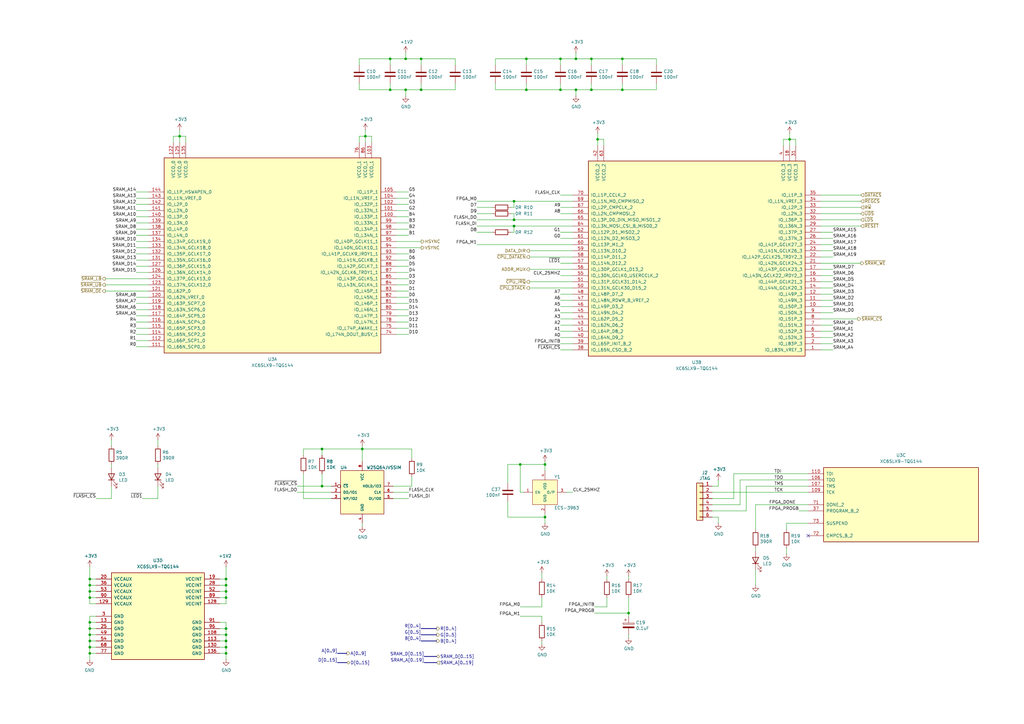
<source format=kicad_sch>
(kicad_sch (version 20250114) (generator "eeschema") (generator_version "9.0")
  (paper "A3")
  (junction (at 92.71 242.57))
  (junction (at 213.36 190.5))
  (junction (at 215.9 24.13))
  (junction (at 160.02 24.13))
  (junction (at 36.83 265.43))
  (junction (at 242.57 24.13))
  (junction (at 229.87 36.83))
  (junction (at 73.66 55.88))
  (junction (at 132.08 199.39))
  (junction (at 132.08 184.15))
  (junction (at 210.82 92.71))
  (junction (at 215.9 36.83))
  (junction (at 236.22 36.83))
  (junction (at 92.71 257.81))
  (junction (at 36.83 255.27))
  (junction (at 36.83 237.49))
  (junction (at 229.87 24.13))
  (junction (at 172.72 36.83))
  (junction (at 36.83 257.81))
  (junction (at 92.71 260.35))
  (junction (at 255.27 24.13))
  (junction (at 92.71 237.49))
  (junction (at 36.83 245.11))
  (junction (at 210.82 90.17))
  (junction (at 255.27 36.83))
  (junction (at 92.71 262.89))
  (junction (at 36.83 267.97))
  (junction (at 92.71 240.03))
  (junction (at 166.37 24.13))
  (junction (at 223.52 190.5))
  (junction (at 245.11 57.15))
  (junction (at 36.83 260.35))
  (junction (at 223.52 212.09))
  (junction (at 166.37 36.83))
  (junction (at 92.71 245.11))
  (junction (at 160.02 36.83))
  (junction (at 92.71 265.43))
  (junction (at 36.83 262.89))
  (junction (at 236.22 24.13))
  (junction (at 242.57 36.83))
  (junction (at 36.83 240.03))
  (junction (at 257.81 251.46))
  (junction (at 149.86 55.88))
  (junction (at 323.85 57.15))
  (junction (at 210.82 82.55))
  (junction (at 172.72 24.13))
  (junction (at 92.71 267.97))
  (junction (at 36.83 242.57))
  (junction (at 148.59 184.15))
  (no_connect (at 331.47 219.71))
  (wire (pts (xy 162.56 93.98) (xy 167.64 93.98)))
  (wire (pts (xy 162.56 129.54) (xy 167.64 129.54)))
  (wire (pts (xy 55.88 127) (xy 60.96 127)))
  (wire (pts (xy 255.27 34.29) (xy 255.27 36.83)))
  (wire (pts (xy 92.71 267.97) (xy 90.17 267.97)))
  (wire (pts (xy 336.55 100.33) (xy 341.63 100.33)))
  (wire (pts (xy 229.87 97.79) (xy 234.95 97.79)))
  (wire (pts (xy 229.87 140.97) (xy 234.95 140.97)))
  (wire (pts (xy 229.87 143.51) (xy 234.95 143.51)))
  (wire (pts (xy 162.56 111.76) (xy 167.64 111.76)))
  (wire (pts (xy 203.2 36.83) (xy 215.9 36.83)))
  (wire (pts (xy 331.47 209.55) (xy 327.66 209.55)))
  (wire (pts (xy 90.17 265.43) (xy 92.71 265.43)))
  (wire (pts (xy 303.53 207.01) (xy 303.53 196.85)))
  (wire (pts (xy 92.71 237.49) (xy 92.71 232.41)))
  (wire (pts (xy 257.81 237.49) (xy 257.81 236.22)))
  (wire (pts (xy 55.88 78.74) (xy 60.96 78.74)))
  (wire (pts (xy 166.37 21.59) (xy 166.37 24.13)))
  (wire (pts (xy 162.56 83.82) (xy 167.64 83.82)))
  (wire (pts (xy 162.56 81.28) (xy 167.64 81.28)))
  (wire (pts (xy 255.27 24.13) (xy 269.24 24.13)))
  (wire (pts (xy 36.83 252.73) (xy 36.83 255.27)))
  (wire (pts (xy 43.18 114.3) (xy 60.96 114.3)))
  (wire (pts (xy 55.88 137.16) (xy 60.96 137.16)))
  (wire (pts (xy 248.92 237.49) (xy 248.92 236.22)))
  (wire (pts (xy 161.29 201.93) (xy 167.64 201.93)))
  (wire (pts (xy 55.88 91.44) (xy 60.96 91.44)))
  (wire (pts (xy 336.55 95.25) (xy 341.63 95.25)))
  (wire (pts (xy 229.87 87.63) (xy 234.95 87.63)))
  (wire (pts (xy 162.56 91.44) (xy 167.64 91.44)))
  (wire (pts (xy 39.37 255.27) (xy 36.83 255.27)))
  (wire (pts (xy 162.56 88.9) (xy 167.64 88.9)))
  (wire (pts (xy 223.52 212.09) (xy 223.52 214.63)))
  (wire (pts (xy 336.55 128.27) (xy 341.63 128.27)))
  (wire (pts (xy 209.55 95.25) (xy 210.82 95.25)))
  (wire (pts (xy 148.59 184.15) (xy 168.91 184.15)))
  (wire (pts (xy 124.46 194.31) (xy 124.46 204.47)))
  (wire (pts (xy 336.55 115.57) (xy 341.63 115.57)))
  (wire (pts (xy 223.52 189.23) (xy 223.52 190.5)))
  (wire (pts (xy 210.82 87.63) (xy 210.82 90.17)))
  (wire (pts (xy 223.52 210.82) (xy 223.52 212.09)))
  (wire (pts (xy 147.32 26.67) (xy 147.32 24.13)))
  (wire (pts (xy 132.08 186.69) (xy 132.08 184.15)))
  (wire (pts (xy 213.36 201.93) (xy 213.36 190.5)))
  (wire (pts (xy 162.56 114.3) (xy 167.64 114.3)))
  (wire (pts (xy 222.25 248.92) (xy 222.25 245.11)))
  (wire (pts (xy 55.88 88.9) (xy 60.96 88.9)))
  (wire (pts (xy 90.17 242.57) (xy 92.71 242.57)))
  (wire (pts (xy 214.63 201.93) (xy 213.36 201.93)))
  (wire (pts (xy 90.17 245.11) (xy 92.71 245.11)))
  (wire (pts (xy 292.1 201.93) (xy 331.47 201.93)))
  (wire (pts (xy 229.87 24.13) (xy 215.9 24.13)))
  (wire (pts (xy 135.89 201.93) (xy 121.92 201.93)))
  (wire (pts (xy 229.87 120.65) (xy 234.95 120.65)))
  (wire (pts (xy 162.56 106.68) (xy 167.64 106.68)))
  (wire (pts (xy 322.58 214.63) (xy 331.47 214.63)))
  (wire (pts (xy 36.83 237.49) (xy 39.37 237.49)))
  (wire (pts (xy 36.83 267.97) (xy 39.37 267.97)))
  (wire (pts (xy 306.07 209.55) (xy 306.07 199.39)))
  (wire (pts (xy 132.08 184.15) (xy 148.59 184.15)))
  (wire (pts (xy 209.55 87.63) (xy 210.82 87.63)))
  (wire (pts (xy 292.1 207.01) (xy 303.53 207.01)))
  (wire (pts (xy 147.32 36.83) (xy 160.02 36.83)))
  (bus (pts (xy 179.07 269.24) (xy 173.99 269.24)))
  (wire (pts (xy 242.57 36.83) (xy 255.27 36.83)))
  (wire (pts (xy 208.28 198.12) (xy 208.28 190.5)))
  (wire (pts (xy 172.72 24.13) (xy 172.72 26.67)))
  (wire (pts (xy 336.55 138.43) (xy 341.63 138.43)))
  (wire (pts (xy 306.07 199.39) (xy 331.47 199.39)))
  (bus (pts (xy 138.43 267.97) (xy 142.24 267.97)))
  (wire (pts (xy 172.72 24.13) (xy 186.69 24.13)))
  (wire (pts (xy 92.71 242.57) (xy 92.71 245.11)))
  (wire (pts (xy 242.57 34.29) (xy 242.57 36.83)))
  (wire (pts (xy 292.1 209.55) (xy 306.07 209.55)))
  (wire (pts (xy 39.37 260.35) (xy 36.83 260.35)))
  (wire (pts (xy 148.59 214.63) (xy 148.59 215.9)))
  (wire (pts (xy 294.64 212.09) (xy 292.1 212.09)))
  (wire (pts (xy 160.02 34.29) (xy 160.02 36.83)))
  (wire (pts (xy 55.88 104.14) (xy 60.96 104.14)))
  (wire (pts (xy 309.88 207.01) (xy 309.88 217.17)))
  (wire (pts (xy 195.58 87.63) (xy 201.93 87.63)))
  (wire (pts (xy 162.56 99.06) (xy 172.72 99.06)))
  (wire (pts (xy 149.86 55.88) (xy 149.86 58.42)))
  (wire (pts (xy 166.37 24.13) (xy 172.72 24.13)))
  (wire (pts (xy 229.87 36.83) (xy 236.22 36.83)))
  (wire (pts (xy 36.83 240.03) (xy 36.83 242.57)))
  (wire (pts (xy 209.55 85.09) (xy 210.82 85.09)))
  (wire (pts (xy 217.17 110.49) (xy 234.95 110.49)))
  (wire (pts (xy 336.55 143.51) (xy 341.63 143.51)))
  (wire (pts (xy 229.87 123.19) (xy 234.95 123.19)))
  (wire (pts (xy 162.56 116.84) (xy 167.64 116.84)))
  (wire (pts (xy 300.99 204.47) (xy 300.99 194.31)))
  (wire (pts (xy 73.66 55.88) (xy 73.66 58.42)))
  (wire (pts (xy 242.57 24.13) (xy 255.27 24.13)))
  (wire (pts (xy 152.4 58.42) (xy 152.4 55.88)))
  (wire (pts (xy 229.87 133.35) (xy 234.95 133.35)))
  (wire (pts (xy 195.58 92.71) (xy 210.82 92.71)))
  (wire (pts (xy 55.88 124.46) (xy 60.96 124.46)))
  (wire (pts (xy 323.85 57.15) (xy 326.39 57.15)))
  (wire (pts (xy 36.83 242.57) (xy 36.83 245.11)))
  (wire (pts (xy 229.87 85.09) (xy 234.95 85.09)))
  (wire (pts (xy 148.59 184.15) (xy 148.59 182.88)))
  (wire (pts (xy 336.55 110.49) (xy 341.63 110.49)))
  (wire (pts (xy 92.71 270.51) (xy 92.71 267.97)))
  (bus (pts (xy 172.72 260.35) (xy 179.07 260.35)))
  (wire (pts (xy 55.88 129.54) (xy 60.96 129.54)))
  (wire (pts (xy 213.36 252.73) (xy 222.25 252.73)))
  (wire (pts (xy 229.87 113.03) (xy 234.95 113.03)))
  (wire (pts (xy 215.9 34.29) (xy 215.9 36.83)))
  (wire (pts (xy 236.22 39.37) (xy 236.22 36.83)))
  (wire (pts (xy 336.55 140.97) (xy 341.63 140.97)))
  (wire (pts (xy 39.37 204.47) (xy 45.72 204.47)))
  (wire (pts (xy 229.87 26.67) (xy 229.87 24.13)))
  (wire (pts (xy 124.46 204.47) (xy 135.89 204.47)))
  (wire (pts (xy 213.36 248.92) (xy 222.25 248.92)))
  (wire (pts (xy 255.27 36.83) (xy 269.24 36.83)))
  (wire (pts (xy 195.58 90.17) (xy 210.82 90.17)))
  (wire (pts (xy 229.87 80.01) (xy 234.95 80.01)))
  (wire (pts (xy 247.65 57.15) (xy 245.11 57.15)))
  (wire (pts (xy 257.81 245.11) (xy 257.81 251.46)))
  (wire (pts (xy 168.91 199.39) (xy 161.29 199.39)))
  (wire (pts (xy 45.72 204.47) (xy 45.72 199.39)))
  (wire (pts (xy 217.17 115.57) (xy 234.95 115.57)))
  (wire (pts (xy 236.22 36.83) (xy 242.57 36.83)))
  (wire (pts (xy 160.02 36.83) (xy 166.37 36.83)))
  (wire (pts (xy 336.55 82.55) (xy 353.06 82.55)))
  (wire (pts (xy 36.83 245.11) (xy 39.37 245.11)))
  (wire (pts (xy 76.2 55.88) (xy 76.2 58.42)))
  (wire (pts (xy 326.39 57.15) (xy 326.39 59.69)))
  (wire (pts (xy 92.71 247.65) (xy 90.17 247.65)))
  (wire (pts (xy 229.87 95.25) (xy 234.95 95.25)))
  (wire (pts (xy 195.58 85.09) (xy 201.93 85.09)))
  (wire (pts (xy 208.28 190.5) (xy 213.36 190.5)))
  (wire (pts (xy 55.88 83.82) (xy 60.96 83.82)))
  (wire (pts (xy 336.55 85.09) (xy 353.06 85.09)))
  (wire (pts (xy 195.58 100.33) (xy 234.95 100.33)))
  (wire (pts (xy 168.91 195.58) (xy 168.91 199.39)))
  (wire (pts (xy 162.56 124.46) (xy 167.64 124.46)))
  (wire (pts (xy 215.9 36.83) (xy 229.87 36.83)))
  (wire (pts (xy 90.17 255.27) (xy 92.71 255.27)))
  (wire (pts (xy 186.69 36.83) (xy 186.69 34.29)))
  (wire (pts (xy 36.83 242.57) (xy 39.37 242.57)))
  (wire (pts (xy 210.82 82.55) (xy 234.95 82.55)))
  (wire (pts (xy 217.17 102.87) (xy 234.95 102.87)))
  (wire (pts (xy 236.22 24.13) (xy 229.87 24.13)))
  (wire (pts (xy 217.17 105.41) (xy 234.95 105.41)))
  (wire (pts (xy 215.9 26.67) (xy 215.9 24.13)))
  (wire (pts (xy 162.56 104.14) (xy 167.64 104.14)))
  (wire (pts (xy 229.87 34.29) (xy 229.87 36.83)))
  (wire (pts (xy 217.17 118.11) (xy 234.95 118.11)))
  (wire (pts (xy 243.84 248.92) (xy 248.92 248.92)))
  (wire (pts (xy 248.92 245.11) (xy 248.92 248.92)))
  (wire (pts (xy 55.88 132.08) (xy 60.96 132.08)))
  (wire (pts (xy 55.88 109.22) (xy 60.96 109.22)))
  (wire (pts (xy 336.55 118.11) (xy 341.63 118.11)))
  (wire (pts (xy 64.77 204.47) (xy 64.77 199.39)))
  (wire (pts (xy 43.18 119.38) (xy 60.96 119.38)))
  (wire (pts (xy 336.55 105.41) (xy 341.63 105.41)))
  (wire (pts (xy 92.71 262.89) (xy 92.71 260.35)))
  (wire (pts (xy 321.31 57.15) (xy 323.85 57.15)))
  (wire (pts (xy 336.55 80.01) (xy 353.06 80.01)))
  (wire (pts (xy 36.83 232.41) (xy 36.83 237.49)))
  (bus (pts (xy 179.07 262.89) (xy 172.72 262.89)))
  (wire (pts (xy 148.59 189.23) (xy 148.59 184.15)))
  (wire (pts (xy 36.83 237.49) (xy 36.83 240.03)))
  (wire (pts (xy 208.28 205.74) (xy 208.28 212.09)))
  (wire (pts (xy 322.58 214.63) (xy 322.58 217.17)))
  (wire (pts (xy 92.71 267.97) (xy 92.71 265.43)))
  (wire (pts (xy 36.83 267.97) (xy 36.83 265.43)))
  (wire (pts (xy 168.91 184.15) (xy 168.91 187.96)))
  (wire (pts (xy 36.83 245.11) (xy 36.83 247.65)))
  (wire (pts (xy 229.87 125.73) (xy 234.95 125.73)))
  (wire (pts (xy 336.55 113.03) (xy 341.63 113.03)))
  (wire (pts (xy 166.37 39.37) (xy 166.37 36.83)))
  (wire (pts (xy 55.88 101.6) (xy 60.96 101.6)))
  (wire (pts (xy 71.12 55.88) (xy 73.66 55.88)))
  (wire (pts (xy 43.18 116.84) (xy 60.96 116.84)))
  (wire (pts (xy 161.29 204.47) (xy 167.64 204.47)))
  (wire (pts (xy 92.71 245.11) (xy 92.71 247.65)))
  (wire (pts (xy 55.88 139.7) (xy 60.96 139.7)))
  (wire (pts (xy 210.82 90.17) (xy 234.95 90.17)))
  (wire (pts (xy 229.87 107.95) (xy 234.95 107.95)))
  (wire (pts (xy 331.47 207.01) (xy 309.88 207.01)))
  (wire (pts (xy 162.56 121.92) (xy 167.64 121.92)))
  (wire (pts (xy 243.84 251.46) (xy 257.81 251.46)))
  (wire (pts (xy 149.86 53.34) (xy 149.86 55.88)))
  (wire (pts (xy 229.87 128.27) (xy 234.95 128.27)))
  (wire (pts (xy 309.88 233.68) (xy 309.88 240.03)))
  (wire (pts (xy 229.87 138.43) (xy 234.95 138.43)))
  (wire (pts (xy 257.81 252.73) (xy 257.81 251.46)))
  (wire (pts (xy 242.57 26.67) (xy 242.57 24.13)))
  (wire (pts (xy 166.37 36.83) (xy 172.72 36.83)))
  (wire (pts (xy 55.88 111.76) (xy 60.96 111.76)))
  (wire (pts (xy 55.88 121.92) (xy 60.96 121.92)))
  (wire (pts (xy 245.11 57.15) (xy 245.11 59.69)))
  (wire (pts (xy 195.58 82.55) (xy 210.82 82.55)))
  (wire (pts (xy 336.55 87.63) (xy 353.06 87.63)))
  (wire (pts (xy 162.56 119.38) (xy 167.64 119.38)))
  (wire (pts (xy 71.12 58.42) (xy 71.12 55.88)))
  (wire (pts (xy 208.28 212.09) (xy 223.52 212.09)))
  (wire (pts (xy 222.25 237.49) (xy 222.25 234.95)))
  (wire (pts (xy 336.55 133.35) (xy 341.63 133.35)))
  (wire (pts (xy 152.4 55.88) (xy 149.86 55.88)))
  (wire (pts (xy 222.25 252.73) (xy 222.25 255.27)))
  (wire (pts (xy 90.17 240.03) (xy 92.71 240.03)))
  (wire (pts (xy 36.83 262.89) (xy 36.83 260.35)))
  (wire (pts (xy 90.17 260.35) (xy 92.71 260.35)))
  (wire (pts (xy 300.99 194.31) (xy 331.47 194.31)))
  (wire (pts (xy 336.55 123.19) (xy 341.63 123.19)))
  (wire (pts (xy 203.2 34.29) (xy 203.2 36.83)))
  (wire (pts (xy 210.82 92.71) (xy 234.95 92.71)))
  (wire (pts (xy 242.57 24.13) (xy 236.22 24.13)))
  (wire (pts (xy 336.55 125.73) (xy 341.63 125.73)))
  (wire (pts (xy 92.71 240.03) (xy 92.71 242.57)))
  (wire (pts (xy 121.92 199.39) (xy 132.08 199.39)))
  (wire (pts (xy 247.65 59.69) (xy 247.65 57.15)))
  (wire (pts (xy 210.82 95.25) (xy 210.82 92.71)))
  (wire (pts (xy 309.88 226.06) (xy 309.88 224.79)))
  (wire (pts (xy 336.55 120.65) (xy 341.63 120.65)))
  (wire (pts (xy 147.32 34.29) (xy 147.32 36.83)))
  (wire (pts (xy 336.55 107.95) (xy 353.06 107.95)))
  (wire (pts (xy 36.83 257.81) (xy 39.37 257.81)))
  (wire (pts (xy 292.1 199.39) (xy 294.64 199.39)))
  (wire (pts (xy 336.55 97.79) (xy 341.63 97.79)))
  (wire (pts (xy 55.88 142.24) (xy 60.96 142.24)))
  (wire (pts (xy 92.71 257.81) (xy 90.17 257.81)))
  (wire (pts (xy 149.86 55.88) (xy 147.32 55.88)))
  (wire (pts (xy 92.71 262.89) (xy 90.17 262.89)))
  (wire (pts (xy 323.85 54.61) (xy 323.85 57.15)))
  (wire (pts (xy 55.88 93.98) (xy 60.96 93.98)))
  (wire (pts (xy 162.56 127) (xy 167.64 127)))
  (wire (pts (xy 294.64 214.63) (xy 294.64 212.09)))
  (wire (pts (xy 39.37 265.43) (xy 36.83 265.43)))
  (wire (pts (xy 186.69 24.13) (xy 186.69 26.67)))
  (wire (pts (xy 336.55 135.89) (xy 341.63 135.89)))
  (wire (pts (xy 236.22 21.59) (xy 236.22 24.13)))
  (wire (pts (xy 73.66 53.34) (xy 73.66 55.88)))
  (wire (pts (xy 124.46 186.69) (xy 124.46 184.15)))
  (wire (pts (xy 36.83 240.03) (xy 39.37 240.03)))
  (wire (pts (xy 210.82 82.55) (xy 210.82 85.09)))
  (wire (pts (xy 147.32 24.13) (xy 160.02 24.13)))
  (wire (pts (xy 336.55 90.17) (xy 353.06 90.17)))
  (wire (pts (xy 215.9 24.13) (xy 203.2 24.13)))
  (wire (pts (xy 58.42 204.47) (xy 64.77 204.47)))
  (wire (pts (xy 55.88 134.62) (xy 60.96 134.62)))
  (wire (pts (xy 303.53 196.85) (xy 331.47 196.85)))
  (wire (pts (xy 336.55 92.71) (xy 353.06 92.71)))
  (wire (pts (xy 55.88 96.52) (xy 60.96 96.52)))
  (wire (pts (xy 147.32 55.88) (xy 147.32 58.42)))
  (wire (pts (xy 92.71 257.81) (xy 92.71 255.27)))
  (wire (pts (xy 162.56 137.16) (xy 167.64 137.16)))
  (bus (pts (xy 173.99 271.78) (xy 179.07 271.78)))
  (wire (pts (xy 55.88 86.36) (xy 60.96 86.36)))
  (wire (pts (xy 234.95 201.93) (xy 232.41 201.93)))
  (wire (pts (xy 322.58 224.79) (xy 322.58 227.33)))
  (wire (pts (xy 336.55 130.81) (xy 351.79 130.81)))
  (wire (pts (xy 45.72 180.34) (xy 45.72 182.88)))
  (wire (pts (xy 92.71 237.49) (xy 92.71 240.03)))
  (wire (pts (xy 321.31 59.69) (xy 321.31 57.15)))
  (wire (pts (xy 222.25 262.89) (xy 222.25 264.16)))
  (wire (pts (xy 162.56 134.62) (xy 167.64 134.62)))
  (wire (pts (xy 90.17 237.49) (xy 92.71 237.49)))
  (wire (pts (xy 245.11 54.61) (xy 245.11 57.15)))
  (wire (pts (xy 162.56 101.6) (xy 172.72 101.6)))
  (wire (pts (xy 73.66 55.88) (xy 76.2 55.88)))
  (wire (pts (xy 172.72 34.29) (xy 172.72 36.83)))
  (wire (pts (xy 269.24 24.13) (xy 269.24 26.67)))
  (wire (pts (xy 92.71 265.43) (xy 92.71 262.89)))
  (wire (pts (xy 124.46 184.15) (xy 132.08 184.15)))
  (wire (pts (xy 213.36 190.5) (xy 223.52 190.5)))
  (bus (pts (xy 172.72 257.81) (xy 179.07 257.81)))
  (wire (pts (xy 132.08 194.31) (xy 132.08 199.39)))
  (wire (pts (xy 36.83 247.65) (xy 39.37 247.65)))
  (wire (pts (xy 36.83 270.51) (xy 36.83 267.97)))
  (wire (pts (xy 64.77 180.34) (xy 64.77 182.88)))
  (wire (pts (xy 36.83 265.43) (xy 36.83 262.89)))
  (wire (pts (xy 36.83 257.81) (xy 36.83 255.27)))
  (wire (pts (xy 195.58 95.25) (xy 201.93 95.25)))
  (wire (pts (xy 160.02 24.13) (xy 166.37 24.13)))
  (wire (pts (xy 64.77 191.77) (xy 64.77 190.5)))
  (wire (pts (xy 203.2 24.13) (xy 203.2 26.67)))
  (wire (pts (xy 294.64 199.39) (xy 294.64 196.85)))
  (wire (pts (xy 162.56 132.08) (xy 167.64 132.08)))
  (wire (pts (xy 55.88 81.28) (xy 60.96 81.28)))
  (wire (pts (xy 323.85 57.15) (xy 323.85 59.69)))
  (wire (pts (xy 257.81 261.62) (xy 257.81 260.35)))
  (wire (pts (xy 269.24 36.83) (xy 269.24 34.29)))
  (wire (pts (xy 39.37 252.73) (xy 36.83 252.73)))
  (wire (pts (xy 162.56 86.36) (xy 167.64 86.36)))
  (wire (pts (xy 229.87 135.89) (xy 234.95 135.89)))
  (wire (pts (xy 45.72 191.77) (xy 45.72 190.5)))
  (wire (pts (xy 55.88 99.06) (xy 60.96 99.06)))
  (wire (pts (xy 36.83 262.89) (xy 39.37 262.89)))
  (wire (pts (xy 255.27 24.13) (xy 255.27 26.67)))
  (bus (pts (xy 142.24 271.78) (xy 138.43 271.78)))
  (wire (pts (xy 36.83 260.35) (xy 36.83 257.81)))
  (wire (pts (xy 229.87 130.81) (xy 234.95 130.81)))
  (wire (pts (xy 172.72 36.83) (xy 186.69 36.83)))
  (wire (pts (xy 132.08 199.39) (xy 135.89 199.39)))
  (wire (pts (xy 160.02 26.67) (xy 160.02 24.13)))
  (wire (pts (xy 162.56 78.74) (xy 167.64 78.74)))
  (wire (pts (xy 55.88 106.68) (xy 60.96 106.68)))
  (wire (pts (xy 92.71 260.35) (xy 92.71 257.81)))
  (wire (pts (xy 223.52 190.5) (xy 223.52 193.04)))
  (wire (pts (xy 162.56 109.22) (xy 167.64 109.22)))
  (wire (pts (xy 292.1 204.47) (xy 300.99 204.47)))
  (wire (pts (xy 162.56 96.52) (xy 167.64 96.52)))
  (wire (pts (xy 336.55 102.87) (xy 341.63 102.87)))
  (label "~{FLASH_CS}" (at 121.92 199.39 180))
  (label "SRAM_A3" (at 341.63 140.97 0))
  (label "SRAM_A5" (at 55.88 129.54 180))
  (label "D4" (at 167.64 111.76 0))
  (label "~{FLASH_CS}" (at 229.87 143.51 180))
  (label "SRAM_D10" (at 55.88 99.06 180))
  (label "FLASH_DO" (at 195.58 90.17 180))
  (label "D9" (at 195.58 87.63 180))
  (label "FPGA_PROGB" (at 243.84 251.46 180))
  (label "SRAM_D13" (at 55.88 106.68 180))
  (label "FPGA_M1" (at 195.58 100.33 180))
  (label "CLK_25MHZ" (at 229.87 113.03 180))
  (label "R2" (at 55.88 137.16 180))
  (label "SRAM_D[0..15]" (at 173.99 269.24 180))
  (label "SRAM_D14" (at 55.88 109.22 180))
  (label "TMS" (at 317.5 199.39 0))
  (label "SRAM_A17" (at 341.63 100.33 0))
  (label "SRAM_D5" (at 341.63 115.57 0))
  (label "FLASH_DI" (at 167.64 204.47 0))
  (label "A6" (at 229.87 123.19 180))
  (label "D[0..15]" (at 138.43 271.78 180))
  (label "FLASH_DO" (at 121.92 201.93 180))
  (label "SRAM_A6" (at 55.88 127 180))
  (label "D13" (at 167.64 129.54 0))
  (label "B3" (at 167.64 91.44 0))
  (label "FPGA_INITB" (at 229.87 140.97 180))
  (label "D15" (at 167.64 124.46 0))
  (label "D2" (at 167.64 116.84 0))
  (label "D6" (at 167.64 106.68 0))
  (label "SRAM_A0" (at 341.63 133.35 0))
  (label "CLK_25MHZ" (at 234.95 201.93 0))
  (label "A4" (at 229.87 128.27 180))
  (label "B4" (at 167.64 88.9 0))
  (label "SRAM_A18" (at 341.63 102.87 0))
  (label "A7" (at 229.87 120.65 180))
  (label "G0" (at 229.87 97.79 180))
  (label "SRAM_A11" (at 55.88 86.36 180))
  (label "D5" (at 167.64 109.22 0))
  (label "SRAM_D15" (at 55.88 111.76 180))
  (label "~{FLASH_CS}" (at 39.37 204.47 180))
  (label "R[0..4]" (at 172.72 257.81 180))
  (label "A8" (at 229.87 87.63 180))
  (label "FLASH_CLK" (at 229.87 80.01 180))
  (label "D11" (at 167.64 134.62 0))
  (label "SRAM_A15" (at 341.63 95.25 0))
  (label "B2" (at 167.64 93.98 0))
  (label "G4" (at 167.64 81.28 0))
  (label "R0" (at 55.88 142.24 180))
  (label "SRAM_D6" (at 341.63 113.03 0))
  (label "G2" (at 167.64 86.36 0))
  (label "SRAM_A12" (at 55.88 83.82 180))
  (label "SRAM_D7" (at 341.63 110.49 0))
  (label "SRAM_D8" (at 55.88 93.98 180))
  (label "G1" (at 229.87 95.25 180))
  (label "D3" (at 167.64 114.3 0))
  (label "A2" (at 229.87 133.35 180))
  (label "SRAM_D0" (at 341.63 128.27 0))
  (label "SRAM_A9" (at 55.88 91.44 180))
  (label "D12" (at 167.64 132.08 0))
  (label "SRAM_A2" (at 341.63 138.43 0))
  (label "R4" (at 55.88 132.08 180))
  (label "D1" (at 167.64 119.38 0))
  (label "SRAM_A1" (at 341.63 135.89 0))
  (label "FPGA_INITB" (at 243.84 248.92 180))
  (label "SRAM_D2" (at 341.63 123.19 0))
  (label "D14" (at 167.64 127 0))
  (label "SRAM_A8" (at 55.88 121.92 180))
  (label "B0" (at 167.64 104.14 0))
  (label "A5" (at 229.87 125.73 180))
  (label "FPGA_M1" (at 213.36 252.73 180))
  (label "TCK" (at 317.5 201.93 0))
  (label "FPGA_PROGB" (at 327.66 209.55 180))
  (label "D7" (at 195.58 85.09 180))
  (label "G3" (at 167.64 83.82 0))
  (label "SRAM_A19" (at 341.63 105.41 0))
  (label "D8" (at 195.58 95.25 180))
  (label "FLASH_DI" (at 195.58 92.71 180))
  (label "SRAM_A13" (at 55.88 81.28 180))
  (label "SRAM_A4" (at 341.63 143.51 0))
  (label "FPGA_M0" (at 213.36 248.92 180))
  (label "B1" (at 167.64 96.52 0))
  (label "FPGA_M0" (at 195.58 82.55 180))
  (label "SRAM_D9" (at 55.88 96.52 180))
  (label "D10" (at 167.64 137.16 0))
  (label "SRAM_D11" (at 55.88 101.6 180))
  (label "SRAM_A16" (at 341.63 97.79 0))
  (label "SRAM_A14" (at 55.88 78.74 180))
  (label "~{LED1}" (at 229.87 107.95 180))
  (label "A3" (at 229.87 130.81 180))
  (label "~{LED1}" (at 58.42 204.47 180))
  (label "TDO" (at 317.5 196.85 0))
  (label "A9" (at 229.87 85.09 180))
  (label "A1" (at 229.87 135.89 180))
  (label "FLASH_CLK" (at 167.64 201.93 0))
  (label "SRAM_D1" (at 341.63 125.73 0))
  (label "TDI" (at 317.5 194.31 0))
  (label "SRAM_D12" (at 55.88 104.14 180))
  (label "A0" (at 229.87 138.43 180))
  (label "G[0..5]" (at 172.72 260.35 180))
  (label "SRAM_A[0..19]" (at 173.99 271.78 180))
  (label "SRAM_D4" (at 341.63 118.11 0))
  (label "R1" (at 55.88 139.7 180))
  (label "SRAM_A7" (at 55.88 124.46 180))
  (label "G5" (at 167.64 78.74 0))
  (label "D0" (at 167.64 121.92 0))
  (label "SRAM_D3" (at 341.63 120.65 0))
  (label "B[0..4]" (at 172.72 262.89 180))
  (label "A[0..9]" (at 138.43 267.97 180))
  (label "SRAM_A10" (at 55.88 88.9 180))
  (label "FPGA_DONE" (at 326.39 207.01 180))
  (label "R3" (at 55.88 134.62 180))
  (hierarchical_label "R[0..4]" (shape output) (at 179.07 257.81 0))
  (hierarchical_label "~{SRAM_CS}" (shape output) (at 351.79 130.81 0))
  (hierarchical_label "~{REGCS}" (shape input) (at 353.06 82.55 0))
  (hierarchical_label "VSYNC" (shape output) (at 172.72 101.6 0))
  (hierarchical_label "~{CPU_DATAEN}" (shape output) (at 217.17 105.41 180))
  (hierarchical_label "SRAM_D[0..15]" (shape bidirectional) (at 179.07 269.24 0))
  (hierarchical_label "R~{W}" (shape input) (at 353.06 85.09 0))
  (hierarchical_label "ADDR_MUX" (shape output) (at 217.17 110.49 180))
  (hierarchical_label "~{LDS}" (shape input) (at 353.06 90.17 0))
  (hierarchical_label "G[0..5]" (shape output) (at 179.07 260.35 0))
  (hierarchical_label "~{SRAM_LB}" (shape output) (at 43.18 114.3 180))
  (hierarchical_label "~{UDS}" (shape input) (at 353.06 87.63 0))
  (hierarchical_label "~{DATACS}" (shape input) (at 353.06 80.01 0))
  (hierarchical_label "A[0..9]" (shape output) (at 142.24 267.97 0))
  (hierarchical_label "DATA_DIR" (shape output) (at 217.17 102.87 180))
  (hierarchical_label "B[0..4]" (shape output) (at 179.07 262.89 0))
  (hierarchical_label "~{CPU_DTACK}" (shape output) (at 217.17 118.11 180))
  (hierarchical_label "~{SRAM_OE}" (shape output) (at 43.18 119.38 180))
  (hierarchical_label "~{SRAM_UB}" (shape output) (at 43.18 116.84 180))
  (hierarchical_label "SRAM_A[0..19]" (shape input) (at 179.07 271.78 0))
  (hierarchical_label "~{RESET}" (shape input) (at 353.06 92.71 0))
  (hierarchical_label "~{CPU_IRQ}" (shape output) (at 217.17 115.57 180))
  (hierarchical_label "~{SRAM_WE}" (shape output) (at 353.06 107.95 0))
  (hierarchical_label "HSYNC" (shape output) (at 172.72 99.06 0))
  (hierarchical_label "D[0..15]" (shape bidirectional) (at 142.24 271.78 0))
  (symbol (lib_id "power:GND") (at 92.71 270.51 0) (unit 1)
    (property "Reference" "#PWR033" (effects (hide yes)))
    (property "Value" "GND" (at 92.837 274.9042 0))
    (property "Description" "Power symbol creates a global label with name \"GND\" , ground" (effects (hide yes)))
  )
  (symbol (lib_id "power:+1V2") (at 92.71 232.41 0) (mirror y) (unit 1)
    (property "Reference" "#PWR032" (effects (hide yes)))
    (property "Value" "+1V2" (at 92.329 228.0158 0))
    (property "Description" "Power symbol creates a global label with name \"+1V2\"" (effects (hide yes)))
  )
  (symbol (lib_id "Ddraig:W25Q64JVSSIM") (at 148.59 201.93 0) (unit 1)
    (property "Reference" "U4" (at 140.97 191.77 0))
    (property "Value" "W25Q64JVSSIM" (at 157.48 191.77 0))
    (property "Footprint" "Ddraig:SOIC127P790X195-8N" (effects (hide yes)))
  )
  (symbol (lib_id "power:+3V3") (at 148.59 182.88 0) (unit 1)
    (property "Reference" "#PWR034" (effects (hide yes)))
    (property "Value" "+3V3" (at 148.971 178.4858 0))
    (property "Description" "Power symbol creates a global label with name \"+3V3\"" (effects (hide yes)))
  )
  (symbol (lib_id "power:GND") (at 148.59 215.9 0) (unit 1)
    (property "Reference" "#PWR035" (effects (hide yes)))
    (property "Value" "GND" (at 148.717 220.2942 0))
    (property "Description" "Power symbol creates a global label with name \"GND\" , ground" (effects (hide yes)))
  )
  (symbol (lib_id "Device:R") (at 168.91 191.77 0) (unit 1)
    (property "Reference" "R9" (at 170.688 190.6016 0) (effects (justify left)))
    (property "Value" "10K" (at 170.688 192.913 0) (effects (justify left)))
    (property "Footprint" "Resistor_SMD:R_0805_2012Metric" (effects (hide yes)))
  )
  (symbol (lib_id "Device:R") (at 132.08 190.5 0) (unit 1)
    (property "Reference" "R8" (at 133.858 189.3316 0) (effects (justify left)))
    (property "Value" "10K" (at 133.858 191.643 0) (effects (justify left)))
    (property "Footprint" "Resistor_SMD:R_0805_2012Metric" (effects (hide yes)))
  )
  (symbol (lib_id "Device:R") (at 124.46 190.5 0) (unit 1)
    (property "Reference" "R7" (at 126.238 189.3316 0) (effects (justify left)))
    (property "Value" "10K" (at 126.238 191.643 0) (effects (justify left)))
    (property "Footprint" "Resistor_SMD:R_0805_2012Metric" (effects (hide yes)))
  )
  (symbol (lib_id "Ddraig:ECS-3963") (at 223.52 201.93 0) (unit 1)
    (property "Reference" "Y1" (at 227.33 195.58 0) (effects (justify left)))
    (property "Value" "ECS-3963" (at 227.33 208.28 0) (effects (justify left)))
    (property "Footprint" "Ddraig:OSC_ECS-3963" (effects (hide yes)))
    (property "STANDARD" "Manufacturer Recommendations" (effects (hide yes)))
    (property "MANUFACTURER" "ECS Inc" (effects (hide yes)))
    (property "PARTREV" "N/A" (effects (hide yes)))
  )
  (symbol (lib_id "power:+3V3") (at 223.52 189.23 0) (unit 1)
    (property "Reference" "#PWR039" (effects (hide yes)))
    (property "Value" "+3V3" (at 223.901 184.8358 0))
    (property "Description" "Power symbol creates a global label with name \"+3V3\"" (effects (hide yes)))
  )
  (symbol (lib_id "power:GND") (at 223.52 214.63 0) (unit 1)
    (property "Reference" "#PWR040" (effects (hide yes)))
    (property "Value" "GND" (at 223.647 219.0242 0))
    (property "Description" "Power symbol creates a global label with name \"GND\" , ground" (effects (hide yes)))
  )
  (symbol (lib_id "power:GND") (at 222.25 264.16 0) (unit 1)
    (property "Reference" "#PWR042" (effects (hide yes)))
    (property "Value" "GND" (at 222.377 268.5542 0))
    (property "Description" "Power symbol creates a global label with name \"GND\" , ground" (effects (hide yes)))
  )
  (symbol (lib_id "Device:R") (at 222.25 259.08 0) (unit 1)
    (property "Reference" "R15" (at 224.028 257.9116 0) (effects (justify left)))
    (property "Value" "10K" (at 224.028 260.223 0) (effects (justify left)))
    (property "Footprint" "Resistor_SMD:R_0805_2012Metric" (effects (hide yes)))
  )
  (symbol (lib_id "Device:C_Polarized") (at 257.81 256.54 0) (unit 1)
    (property "Reference" "C19" (at 260.8072 255.3716 0) (effects (justify left)))
    (property "Value" "0.1uF" (at 260.8072 257.683 0) (effects (justify left)))
    (property "Footprint" "Capacitor_SMD:CP_Elec_4x5.3" (effects (hide yes)))
  )
  (symbol (lib_id "power:GND") (at 257.81 261.62 0) (unit 1)
    (property "Reference" "#PWR048" (effects (hide yes)))
    (property "Value" "GND" (at 257.937 266.0142 0))
    (property "Description" "Power symbol creates a global label with name \"GND\" , ground" (effects (hide yes)))
  )
  (symbol (lib_id "Device:LED") (at 309.88 229.87 90) (unit 1)
    (property "Reference" "D5" (at 312.8772 228.8794 90) (effects (justify right)))
    (property "Value" "LED" (at 312.8772 231.1908 90) (effects (justify right)))
    (property "Footprint" "LED_SMD:LED_1206_3216Metric" (effects (hide yes)))
  )
  (symbol (lib_id "Connector_Generic:Conn_01x06") (at 287.02 204.47 0) (mirror y) (unit 1)
    (property "Reference" "J2" (at 289.1028 193.8782 0))
    (property "Value" "JTAG" (at 289.1028 196.1896 0))
    (property "Footprint" "Connector_PinHeader_2.54mm:PinHeader_1x06_P2.54mm_Vertical" (effects (hide yes)))
  )
  (symbol (lib_id "power:+3V3") (at 294.64 196.85 0) (unit 1)
    (property "Reference" "#PWR049" (effects (hide yes)))
    (property "Value" "+3V3" (at 295.021 192.4558 0))
    (property "Description" "Power symbol creates a global label with name \"+3V3\"" (effects (hide yes)))
  )
  (symbol (lib_id "power:GND") (at 294.64 214.63 0) (unit 1)
    (property "Reference" "#PWR050" (effects (hide yes)))
    (property "Value" "GND" (at 294.767 219.0242 0))
    (property "Description" "Power symbol creates a global label with name \"GND\" , ground" (effects (hide yes)))
  )
  (symbol (lib_id "Device:R") (at 309.88 220.98 0) (unit 1)
    (property "Reference" "R18" (at 311.658 219.8116 0) (effects (justify left)))
    (property "Value" "390R" (at 311.658 222.123 0) (effects (justify left)))
    (property "Footprint" "Resistor_SMD:R_0805_2012Metric" (effects (hide yes)))
  )
  (symbol (lib_id "Device:C") (at 242.57 30.48 0) (unit 1)
    (property "Reference" "C17" (at 245.491 29.3116 0) (effects (justify left)))
    (property "Value" "100nF" (at 245.491 31.623 0) (effects (justify left)))
    (property "Footprint" "Capacitor_SMD:C_0805_2012Metric" (effects (hide yes)))
  )
  (symbol (lib_id "power:GND") (at 236.22 39.37 0) (unit 1)
    (property "Reference" "#PWR044" (effects (hide yes)))
    (property "Value" "GND" (at 236.347 43.7642 0))
    (property "Description" "Power symbol creates a global label with name \"GND\" , ground" (effects (hide yes)))
  )
  (symbol (lib_id "Device:C") (at 255.27 30.48 0) (unit 1)
    (property "Reference" "C18" (at 258.191 29.3116 0) (effects (justify left)))
    (property "Value" "100nF" (at 258.191 31.623 0) (effects (justify left)))
    (property "Footprint" "Capacitor_SMD:C_0805_2012Metric" (effects (hide yes)))
  )
  (symbol (lib_id "Device:C") (at 269.24 30.48 0) (unit 1)
    (property "Reference" "C20" (at 272.161 29.3116 0) (effects (justify left)))
    (property "Value" "100nF" (at 272.161 31.623 0) (effects (justify left)))
    (property "Footprint" "Capacitor_SMD:C_0805_2012Metric" (effects (hide yes)))
  )
  (symbol (lib_id "Device:C") (at 203.2 30.48 0) (unit 1)
    (property "Reference" "C14" (at 206.121 29.3116 0) (effects (justify left)))
    (property "Value" "100nF" (at 206.121 31.623 0) (effects (justify left)))
    (property "Footprint" "Capacitor_SMD:C_0805_2012Metric" (effects (hide yes)))
  )
  (symbol (lib_id "Device:C") (at 215.9 30.48 0) (unit 1)
    (property "Reference" "C15" (at 218.821 29.3116 0) (effects (justify left)))
    (property "Value" "100nF" (at 218.821 31.623 0) (effects (justify left)))
    (property "Footprint" "Capacitor_SMD:C_0805_2012Metric" (effects (hide yes)))
  )
  (symbol (lib_id "Device:C") (at 229.87 30.48 0) (unit 1)
    (property "Reference" "C16" (at 232.791 29.3116 0) (effects (justify left)))
    (property "Value" "100nF" (at 232.791 31.623 0) (effects (justify left)))
    (property "Footprint" "Capacitor_SMD:C_0805_2012Metric" (effects (hide yes)))
  )
  (symbol (lib_id "power:+3V3") (at 236.22 21.59 0) (unit 1)
    (property "Reference" "#PWR043" (effects (hide yes)))
    (property "Value" "+3V3" (at 236.601 17.1958 0))
    (property "Description" "Power symbol creates a global label with name \"+3V3\"" (effects (hide yes)))
  )
  (symbol (lib_id "power:+3V3") (at 36.83 232.41 0) (unit 1)
    (property "Reference" "#PWR027" (effects (hide yes)))
    (property "Value" "+3V3" (at 37.211 228.0158 0))
    (property "Description" "Power symbol creates a global label with name \"+3V3\"" (effects (hide yes)))
  )
  (symbol (lib_id "power:+3V3") (at 248.92 236.22 0) (unit 1)
    (property "Reference" "#PWR046" (effects (hide yes)))
    (property "Value" "+3V3" (at 249.301 231.8258 0))
    (property "Description" "Power symbol creates a global label with name \"+3V3\"" (effects (hide yes)))
  )
  (symbol (lib_id "Device:R") (at 248.92 241.3 0) (unit 1)
    (property "Reference" "R16" (at 250.698 240.1316 0) (effects (justify left)))
    (property "Value" "10K" (at 250.698 242.443 0) (effects (justify left)))
    (property "Footprint" "Resistor_SMD:R_0805_2012Metric" (effects (hide yes)))
  )
  (symbol (lib_id "power:+3V3") (at 257.81 236.22 0) (unit 1)
    (property "Reference" "#PWR047" (effects (hide yes)))
    (property "Value" "+3V3" (at 258.191 231.8258 0))
    (property "Description" "Power symbol creates a global label with name \"+3V3\"" (effects (hide yes)))
  )
  (symbol (lib_id "Device:R") (at 257.81 241.3 0) (unit 1)
    (property "Reference" "R17" (at 259.588 240.1316 0) (effects (justify left)))
    (property "Value" "10K" (at 259.588 242.443 0) (effects (justify left)))
    (property "Footprint" "Resistor_SMD:R_0805_2012Metric" (effects (hide yes)))
  )
  (symbol (lib_id "power:GND") (at 309.88 240.03 0) (unit 1)
    (property "Reference" "#PWR051" (effects (hide yes)))
    (property "Value" "GND" (at 310.007 244.4242 0))
    (property "Description" "Power symbol creates a global label with name \"GND\" , ground" (effects (hide yes)))
  )
  (symbol (lib_id "power:+3V3") (at 222.25 234.95 0) (unit 1)
    (property "Reference" "#PWR041" (effects (hide yes)))
    (property "Value" "+3V3" (at 222.631 230.5558 0))
    (property "Description" "Power symbol creates a global label with name \"+3V3\"" (effects (hide yes)))
  )
  (symbol (lib_id "Device:R") (at 222.25 241.3 0) (unit 1)
    (property "Reference" "R14" (at 224.028 240.1316 0) (effects (justify left)))
    (property "Value" "10K" (at 224.028 242.443 0) (effects (justify left)))
    (property "Footprint" "Resistor_SMD:R_0805_2012Metric" (effects (hide yes)))
  )
  (symbol (lib_id "Device:C") (at 160.02 30.48 0) (unit 1)
    (property "Reference" "C11" (at 162.941 29.3116 0) (effects (justify left)))
    (property "Value" "100nF" (at 162.941 31.623 0) (effects (justify left)))
    (property "Footprint" "Capacitor_SMD:C_0805_2012Metric" (effects (hide yes)))
  )
  (symbol (lib_id "power:GND") (at 166.37 39.37 0) (unit 1)
    (property "Reference" "#PWR038" (effects (hide yes)))
    (property "Value" "GND" (at 166.497 43.7642 0))
    (property "Description" "Power symbol creates a global label with name \"GND\" , ground" (effects (hide yes)))
  )
  (symbol (lib_id "Device:C") (at 172.72 30.48 0) (unit 1)
    (property "Reference" "C12" (at 175.641 29.3116 0) (effects (justify left)))
    (property "Value" "100nF" (at 175.641 31.623 0) (effects (justify left)))
    (property "Footprint" "Capacitor_SMD:C_0805_2012Metric" (effects (hide yes)))
  )
  (symbol (lib_id "Device:C") (at 186.69 30.48 0) (unit 1)
    (property "Reference" "C13" (at 189.611 29.3116 0) (effects (justify left)))
    (property "Value" "100nF" (at 189.611 31.623 0) (effects (justify left)))
    (property "Footprint" "Capacitor_SMD:C_0805_2012Metric" (effects (hide yes)))
  )
  (symbol (lib_id "Device:C") (at 147.32 30.48 0) (unit 1)
    (property "Reference" "C10" (at 150.241 29.3116 0) (effects (justify left)))
    (property "Value" "100nF" (at 150.241 31.623 0) (effects (justify left)))
    (property "Footprint" "Capacitor_SMD:C_0805_2012Metric" (effects (hide yes)))
  )
  (symbol (lib_id "power:+1V2") (at 166.37 21.59 0) (unit 1)
    (property "Reference" "#PWR037" (effects (hide yes)))
    (property "Value" "+1V2" (at 166.751 17.1958 0))
    (property "Description" "Power symbol creates a global label with name \"+1V2\"" (effects (hide yes)))
  )
  (symbol (lib_id "power:+3V3") (at 73.66 53.34 0) (unit 1)
    (property "Reference" "#PWR031" (effects (hide yes)))
    (property "Value" "+3V3" (at 74.041 48.9458 0))
    (property "Description" "Power symbol creates a global label with name \"+3V3\"" (effects (hide yes)))
  )
  (symbol (lib_id "Device:LED") (at 45.72 195.58 90) (unit 1)
    (property "Reference" "D3" (at 48.7172 194.5894 90) (effects (justify right)))
    (property "Value" "LED" (at 48.7172 196.9008 90) (effects (justify right)))
    (property "Footprint" "LED_SMD:LED_1206_3216Metric" (effects (hide yes)))
  )
  (symbol (lib_id "power:GND") (at 322.58 227.33 0) (unit 1)
    (property "Reference" "#PWR052" (effects (hide yes)))
    (property "Value" "GND" (at 322.707 231.7242 0))
    (property "Description" "Power symbol creates a global label with name \"GND\" , ground" (effects (hide yes)))
  )
  (symbol (lib_id "Device:R") (at 322.58 220.98 0) (unit 1)
    (property "Reference" "R19" (at 324.358 219.8116 0) (effects (justify left)))
    (property "Value" "10K" (at 324.358 222.123 0) (effects (justify left)))
    (property "Footprint" "Resistor_SMD:R_0805_2012Metric" (effects (hide yes)))
  )
  (symbol (lib_id "Device:R") (at 205.74 95.25 90) (unit 1)
    (property "Reference" "R12" (at 216.662 95.25 90))
    (property "Value" "0R" (at 212.598 95.25 90))
    (property "Footprint" "Resistor_SMD:R_0805_2012Metric" (effects (hide yes)))
    (property "Description" "Resistor" (effects (hide yes)))
  )
  (symbol (lib_id "FPGA_Xilinx_Spartan6:XC6SLX9-TQG144") (at 64.77 252.73 0) (unit 4)
    (property "Reference" "U3" (at 64.77 229.87 0))
    (property "Value" "XC6SLX9-TQG144" (at 64.77 232.41 0))
    (property "Footprint" "Ddraig:TQ144" (effects (hide yes)))
    (property "Description" "Spartan 6 LX 9 XC6SLX9-TQG144" (effects (hide yes)))
  )
  (symbol (lib_id "power:+3V3") (at 245.11 54.61 0) (unit 1)
    (property "Reference" "#PWR045" (effects (hide yes)))
    (property "Value" "+3V3" (at 245.491 50.2158 0))
    (property "Description" "Power symbol creates a global label with name \"+3V3\"" (effects (hide yes)))
  )
  (symbol (lib_id "power:+3V3") (at 323.85 54.61 0) (unit 1)
    (property "Reference" "#PWR053" (effects (hide yes)))
    (property "Value" "+3V3" (at 324.231 50.2158 0))
    (property "Description" "Power symbol creates a global label with name \"+3V3\"" (effects (hide yes)))
  )
  (symbol (lib_id "Device:R") (at 205.74 87.63 90) (unit 1)
    (property "Reference" "R11" (at 216.662 87.63 90))
    (property "Value" "0R" (at 212.598 87.63 90))
    (property "Footprint" "Resistor_SMD:R_0805_2012Metric" (effects (hide yes)))
    (property "Description" "Resistor" (effects (hide yes)))
  )
  (symbol (lib_id "Device:LED") (at 64.77 195.58 90) (unit 1)
    (property "Reference" "D4" (at 67.7672 194.5894 90) (effects (justify right)))
    (property "Value" "LED" (at 67.7672 196.9008 90) (effects (justify right)))
    (property "Footprint" "LED_SMD:LED_1206_3216Metric" (effects (hide yes)))
  )
  (symbol (lib_id "power:GND") (at 36.83 270.51 0) (mirror y) (unit 1)
    (property "Reference" "#PWR028" (effects (hide yes)))
    (property "Value" "GND" (at 36.703 274.9042 0))
    (property "Description" "Power symbol creates a global label with name \"GND\" , ground" (effects (hide yes)))
  )
  (symbol (lib_id "Device:R") (at 205.74 85.09 90) (unit 1)
    (property "Reference" "R10" (at 216.662 85.09 90))
    (property "Value" "0R" (at 212.598 85.09 90))
    (property "Footprint" "Resistor_SMD:R_0805_2012Metric" (effects (hide yes)))
    (property "Description" "Resistor" (effects (hide yes)))
  )
  (symbol (lib_id "FPGA_Xilinx_Spartan6:XC6SLX9-TQG144") (at 111.76 101.6 0) (unit 1)
    (property "Reference" "U3" (at 111.76 147.32 0))
    (property "Value" "XC6SLX9-TQG144" (at 111.76 149.86 0))
    (property "Footprint" "Ddraig:TQ144" (effects (hide yes)))
    (property "Description" "Spartan 6 LX 9 XC6SLX9-TQG144" (effects (hide yes)))
  )
  (symbol (lib_id "Device:C") (at 208.28 201.93 0) (mirror y) (unit 1)
    (property "Reference" "C37" (at 205.359 200.7616 0) (effects (justify left)))
    (property "Value" "100nF" (at 205.359 203.073 0) (effects (justify left)))
    (property "Footprint" "Capacitor_SMD:C_0805_2012Metric" (effects (hide yes)))
  )
  (symbol (lib_id "power:+3V3") (at 149.86 53.34 0) (unit 1)
    (property "Reference" "#PWR036" (effects (hide yes)))
    (property "Value" "+3V3" (at 150.241 48.9458 0))
    (property "Description" "Power symbol creates a global label with name \"+3V3\"" (effects (hide yes)))
  )
  (symbol (lib_id "Device:R") (at 64.77 186.69 0) (unit 1)
    (property "Reference" "R6" (at 66.548 185.5216 0) (effects (justify left)))
    (property "Value" "390R" (at 66.548 187.833 0) (effects (justify left)))
    (property "Footprint" "Resistor_SMD:R_0805_2012Metric" (effects (hide yes)))
  )
  (symbol (lib_id "power:+3V3") (at 64.77 180.34 0) (unit 1)
    (property "Reference" "#PWR030" (effects (hide yes)))
    (property "Value" "+3V3" (at 65.151 175.9458 0))
    (property "Description" "Power symbol creates a global label with name \"+3V3\"" (effects (hide yes)))
  )
  (symbol (lib_id "FPGA_Xilinx_Spartan6:XC6SLX9-TQG144") (at 285.75 102.87 0) (unit 2)
    (property "Reference" "U3" (at 285.75 148.59 0))
    (property "Value" "XC6SLX9-TQG144" (at 285.75 151.13 0))
    (property "Footprint" "Ddraig:TQ144" (effects (hide yes)))
    (property "Description" "Spartan 6 LX 9 XC6SLX9-TQG144" (effects (hide yes)))
  )
  (symbol (lib_id "Device:R") (at 45.72 186.69 0) (unit 1)
    (property "Reference" "R5" (at 47.498 185.5216 0) (effects (justify left)))
    (property "Value" "390R" (at 47.498 187.833 0) (effects (justify left)))
    (property "Footprint" "Resistor_SMD:R_0805_2012Metric" (effects (hide yes)))
  )
  (symbol (lib_id "power:+3V3") (at 45.72 180.34 0) (unit 1)
    (property "Reference" "#PWR029" (effects (hide yes)))
    (property "Value" "+3V3" (at 46.101 175.9458 0))
    (property "Description" "Power symbol creates a global label with name \"+3V3\"" (effects (hide yes)))
  )
  (symbol (lib_id "FPGA_Xilinx_Spartan6:XC6SLX9-TQG144") (at 369.57 207.01 0) (mirror y) (unit 3)
    (property "Reference" "U3" (at 369.57 186.69 0))
    (property "Value" "XC6SLX9-TQG144" (at 369.57 189.23 0))
    (property "Footprint" "Ddraig:TQ144" (effects (hide yes)))
    (property "Description" "Spartan 6 LX 9 XC6SLX9-TQG144" (effects (hide yes)))
  )
)
</source>
